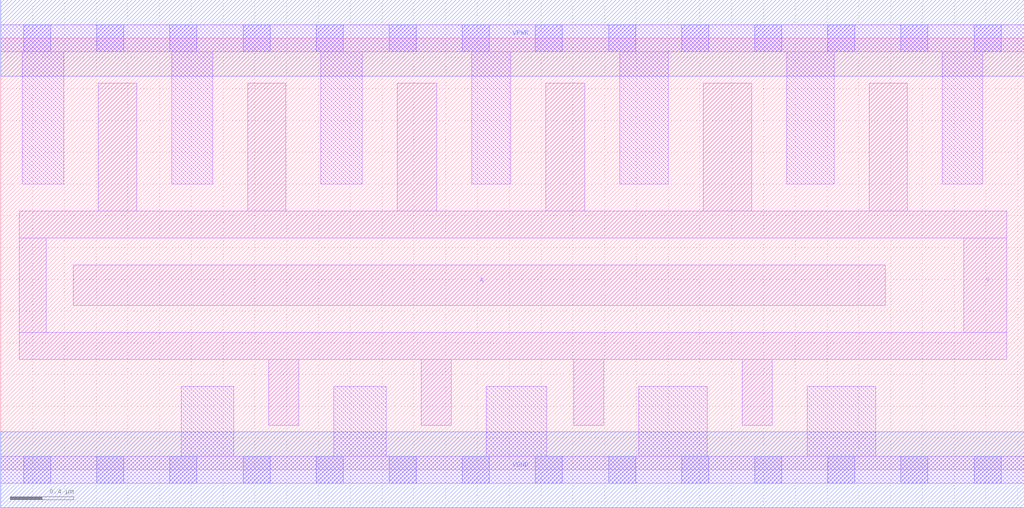
<source format=lef>
# Copyright 2020 The SkyWater PDK Authors
#
# Licensed under the Apache License, Version 2.0 (the "License");
# you may not use this file except in compliance with the License.
# You may obtain a copy of the License at
#
#     https://www.apache.org/licenses/LICENSE-2.0
#
# Unless required by applicable law or agreed to in writing, software
# distributed under the License is distributed on an "AS IS" BASIS,
# WITHOUT WARRANTIES OR CONDITIONS OF ANY KIND, either express or implied.
# See the License for the specific language governing permissions and
# limitations under the License.
#
# SPDX-License-Identifier: Apache-2.0

VERSION 5.7 ;
  NOWIREEXTENSIONATPIN ON ;
  DIVIDERCHAR "/" ;
  BUSBITCHARS "[]" ;
UNITS
  DATABASE MICRONS 200 ;
END UNITS
PROPERTYDEFINITIONS
  MACRO maskLayoutSubType STRING ;
  MACRO prCellType STRING ;
  MACRO originalViewName STRING ;
END PROPERTYDEFINITIONS
MACRO sky130_fd_sc_hdll__clkinv_8
  CLASS CORE ;
  FOREIGN sky130_fd_sc_hdll__clkinv_8 ;
  ORIGIN  0.000000  0.000000 ;
  SIZE  6.440000 BY  2.720000 ;
  SYMMETRY X Y R90 ;
  SITE unithd ;
  PIN A
    ANTENNAGATEAREA  2.664000 ;
    DIRECTION INPUT ;
    USE SIGNAL ;
    PORT
      LAYER li1 ;
        RECT 0.455000 1.035000 5.565000 1.290000 ;
    END
  END A
  PIN Y
    ANTENNADIFFAREA  2.386400 ;
    DIRECTION OUTPUT ;
    USE SIGNAL ;
    PORT
      LAYER li1 ;
        RECT 0.115000 0.695000 6.330000 0.865000 ;
        RECT 0.115000 0.865000 0.285000 1.460000 ;
        RECT 0.115000 1.460000 6.330000 1.630000 ;
        RECT 0.615000 1.630000 0.855000 2.435000 ;
        RECT 1.555000 1.630000 1.795000 2.435000 ;
        RECT 1.685000 0.280000 1.875000 0.695000 ;
        RECT 2.495000 1.630000 2.745000 2.435000 ;
        RECT 2.645000 0.280000 2.835000 0.695000 ;
        RECT 3.430000 1.630000 3.675000 2.435000 ;
        RECT 3.605000 0.280000 3.795000 0.695000 ;
        RECT 4.420000 1.630000 4.725000 2.435000 ;
        RECT 4.665000 0.280000 4.855000 0.695000 ;
        RECT 5.465000 1.630000 5.705000 2.435000 ;
        RECT 6.060000 0.865000 6.330000 1.460000 ;
    END
  END Y
  PIN VGND
    DIRECTION INOUT ;
    USE GROUND ;
    PORT
      LAYER met1 ;
        RECT 0.000000 -0.240000 6.440000 0.240000 ;
    END
  END VGND
  PIN VPWR
    DIRECTION INOUT ;
    USE POWER ;
    PORT
      LAYER met1 ;
        RECT 0.000000 2.480000 6.440000 2.960000 ;
    END
  END VPWR
  OBS
    LAYER li1 ;
      RECT 0.000000 -0.085000 6.440000 0.085000 ;
      RECT 0.000000  2.635000 6.440000 2.805000 ;
      RECT 0.135000  1.800000 0.395000 2.635000 ;
      RECT 1.075000  1.800000 1.335000 2.635000 ;
      RECT 1.135000  0.085000 1.465000 0.525000 ;
      RECT 2.015000  1.800000 2.275000 2.635000 ;
      RECT 2.095000  0.085000 2.425000 0.525000 ;
      RECT 2.965000  1.800000 3.210000 2.635000 ;
      RECT 3.055000  0.085000 3.435000 0.525000 ;
      RECT 3.895000  1.800000 4.200000 2.635000 ;
      RECT 4.015000  0.085000 4.445000 0.525000 ;
      RECT 4.945000  1.800000 5.245000 2.635000 ;
      RECT 5.075000  0.085000 5.505000 0.525000 ;
      RECT 5.925000  1.800000 6.180000 2.635000 ;
    LAYER mcon ;
      RECT 0.145000 -0.085000 0.315000 0.085000 ;
      RECT 0.145000  2.635000 0.315000 2.805000 ;
      RECT 0.605000 -0.085000 0.775000 0.085000 ;
      RECT 0.605000  2.635000 0.775000 2.805000 ;
      RECT 1.065000 -0.085000 1.235000 0.085000 ;
      RECT 1.065000  2.635000 1.235000 2.805000 ;
      RECT 1.525000 -0.085000 1.695000 0.085000 ;
      RECT 1.525000  2.635000 1.695000 2.805000 ;
      RECT 1.985000 -0.085000 2.155000 0.085000 ;
      RECT 1.985000  2.635000 2.155000 2.805000 ;
      RECT 2.445000 -0.085000 2.615000 0.085000 ;
      RECT 2.445000  2.635000 2.615000 2.805000 ;
      RECT 2.905000 -0.085000 3.075000 0.085000 ;
      RECT 2.905000  2.635000 3.075000 2.805000 ;
      RECT 3.365000 -0.085000 3.535000 0.085000 ;
      RECT 3.365000  2.635000 3.535000 2.805000 ;
      RECT 3.825000 -0.085000 3.995000 0.085000 ;
      RECT 3.825000  2.635000 3.995000 2.805000 ;
      RECT 4.285000 -0.085000 4.455000 0.085000 ;
      RECT 4.285000  2.635000 4.455000 2.805000 ;
      RECT 4.745000 -0.085000 4.915000 0.085000 ;
      RECT 4.745000  2.635000 4.915000 2.805000 ;
      RECT 5.205000 -0.085000 5.375000 0.085000 ;
      RECT 5.205000  2.635000 5.375000 2.805000 ;
      RECT 5.665000 -0.085000 5.835000 0.085000 ;
      RECT 5.665000  2.635000 5.835000 2.805000 ;
      RECT 6.125000 -0.085000 6.295000 0.085000 ;
      RECT 6.125000  2.635000 6.295000 2.805000 ;
  END
  PROPERTY maskLayoutSubType "abstract" ;
  PROPERTY prCellType "standard" ;
  PROPERTY originalViewName "layout" ;
END sky130_fd_sc_hdll__clkinv_8
END LIBRARY

</source>
